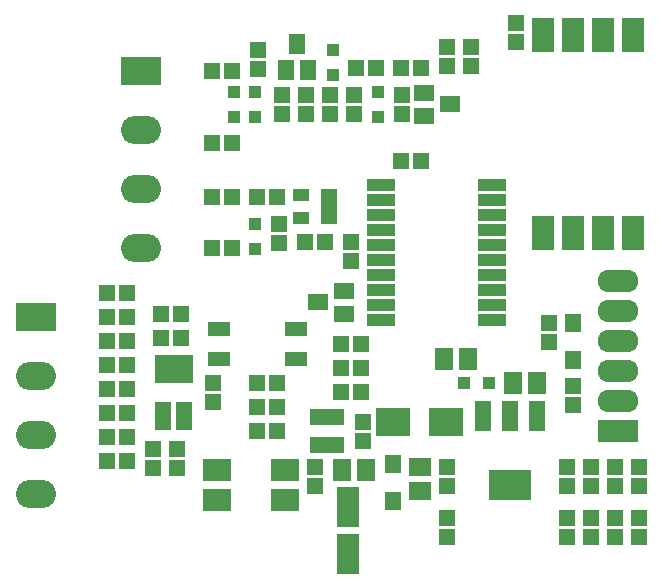
<source format=gts>
G04 #@! TF.GenerationSoftware,KiCad,Pcbnew,5.0.0-fee4fd1~66~ubuntu18.04.1*
G04 #@! TF.CreationDate,2019-04-10T22:53:07-06:00*
G04 #@! TF.ProjectId,sprinkler_nodes,737072696E6B6C65725F6E6F6465732E,rev?*
G04 #@! TF.SameCoordinates,Original*
G04 #@! TF.FileFunction,Soldermask,Top*
G04 #@! TF.FilePolarity,Negative*
%FSLAX46Y46*%
G04 Gerber Fmt 4.6, Leading zero omitted, Abs format (unit mm)*
G04 Created by KiCad (PCBNEW 5.0.0-fee4fd1~66~ubuntu18.04.1) date Wed Apr 10 22:53:07 2019*
%MOMM*%
%LPD*%
G01*
G04 APERTURE LIST*
%ADD10R,1.900000X1.200000*%
%ADD11R,1.400000X1.500000*%
%ADD12R,2.900000X2.400000*%
%ADD13R,2.432000X1.924000*%
%ADD14R,1.400000X1.350000*%
%ADD15R,1.350000X1.400000*%
%ADD16R,1.550000X1.850000*%
%ADD17R,1.850000X1.550000*%
%ADD18R,1.100000X1.000000*%
%ADD19R,1.000000X1.100000*%
%ADD20O,3.400000X2.400000*%
%ADD21R,3.400000X2.400000*%
%ADD22R,3.448000X1.924000*%
%ADD23O,3.448000X1.924000*%
%ADD24R,1.400000X1.800000*%
%ADD25R,1.800000X1.400000*%
%ADD26R,2.350000X1.000000*%
%ADD27R,1.100000X1.400000*%
%ADD28R,1.350000X2.550000*%
%ADD29R,3.650000X2.550000*%
%ADD30R,1.400000X1.100000*%
%ADD31R,1.900000X3.400000*%
%ADD32R,1.920000X2.940000*%
%ADD33R,1.400000X2.400000*%
%ADD34R,3.200000X2.400000*%
G04 APERTURE END LIST*
D10*
G04 #@! TO.C,OT1*
X74474000Y-59436000D03*
X74474000Y-56896000D03*
X80974000Y-56896000D03*
X80974000Y-59436000D03*
G04 #@! TD*
D11*
G04 #@! TO.C,D3*
X89154000Y-71425000D03*
X89154000Y-68275000D03*
G04 #@! TD*
G04 #@! TO.C,D2*
X104394000Y-59487000D03*
X104394000Y-56337000D03*
G04 #@! TD*
D12*
G04 #@! TO.C,L1*
X89190000Y-64770000D03*
X93690000Y-64770000D03*
G04 #@! TD*
D13*
G04 #@! TO.C,BR1*
X74295000Y-68834000D03*
X74295000Y-71374000D03*
X80010000Y-68834000D03*
X80010000Y-71374000D03*
G04 #@! TD*
D14*
G04 #@! TO.C,C1*
X91503000Y-42672000D03*
X89853000Y-42672000D03*
G04 #@! TD*
G04 #@! TO.C,C2*
X84773000Y-58166000D03*
X86423000Y-58166000D03*
G04 #@! TD*
D15*
G04 #@! TO.C,C6*
X86614000Y-66357000D03*
X86614000Y-64707000D03*
G04 #@! TD*
D16*
G04 #@! TO.C,C7*
X86877000Y-68834000D03*
X84827000Y-68834000D03*
G04 #@! TD*
D17*
G04 #@! TO.C,C8*
X91440000Y-68571000D03*
X91440000Y-70621000D03*
G04 #@! TD*
D16*
G04 #@! TO.C,C9*
X93463000Y-59436000D03*
X95513000Y-59436000D03*
G04 #@! TD*
G04 #@! TO.C,C10*
X99305000Y-61468000D03*
X101355000Y-61468000D03*
G04 #@! TD*
D14*
G04 #@! TO.C,C11*
X75501000Y-35052000D03*
X73851000Y-35052000D03*
G04 #@! TD*
G04 #@! TO.C,C12*
X73851000Y-41148000D03*
X75501000Y-41148000D03*
G04 #@! TD*
G04 #@! TO.C,C13*
X73851000Y-45720000D03*
X75501000Y-45720000D03*
G04 #@! TD*
G04 #@! TO.C,C14*
X73851000Y-50038000D03*
X75501000Y-50038000D03*
G04 #@! TD*
D15*
G04 #@! TO.C,C15*
X79502000Y-47943000D03*
X79502000Y-49593000D03*
G04 #@! TD*
G04 #@! TO.C,C16*
X83820000Y-38671000D03*
X83820000Y-37021000D03*
G04 #@! TD*
D14*
G04 #@! TO.C,C17*
X87693000Y-34798000D03*
X86043000Y-34798000D03*
G04 #@! TD*
D15*
G04 #@! TO.C,C18*
X89916000Y-37021000D03*
X89916000Y-38671000D03*
G04 #@! TD*
D14*
G04 #@! TO.C,D1*
X77661000Y-65532000D03*
X79311000Y-65532000D03*
G04 #@! TD*
D15*
G04 #@! TO.C,D4*
X93726000Y-70167000D03*
X93726000Y-68517000D03*
G04 #@! TD*
D18*
G04 #@! TO.C,D5*
X95211000Y-61468000D03*
X97321000Y-61468000D03*
G04 #@! TD*
D15*
G04 #@! TO.C,D6*
X103886000Y-70167000D03*
X103886000Y-68517000D03*
G04 #@! TD*
D19*
G04 #@! TO.C,D7*
X75692000Y-38901000D03*
X75692000Y-36791000D03*
G04 #@! TD*
G04 #@! TO.C,D8*
X77470000Y-38901000D03*
X77470000Y-36791000D03*
G04 #@! TD*
G04 #@! TO.C,D9*
X77470000Y-47967000D03*
X77470000Y-50077000D03*
G04 #@! TD*
G04 #@! TO.C,D10*
X84074000Y-35345000D03*
X84074000Y-33235000D03*
G04 #@! TD*
G04 #@! TO.C,D11*
X87884000Y-38901000D03*
X87884000Y-36791000D03*
G04 #@! TD*
D20*
G04 #@! TO.C,J1*
X58928000Y-70880000D03*
X58928000Y-65880000D03*
X58928000Y-60880000D03*
D21*
X58928000Y-55880000D03*
G04 #@! TD*
G04 #@! TO.C,J2*
X67818000Y-35052000D03*
D20*
X67818000Y-40052000D03*
X67818000Y-45052000D03*
X67818000Y-50052000D03*
G04 #@! TD*
D22*
G04 #@! TO.C,J3*
X108204000Y-65532000D03*
D23*
X108204000Y-62992000D03*
X108204000Y-60452000D03*
X108204000Y-57912000D03*
X108204000Y-55372000D03*
X108204000Y-52832000D03*
G04 #@! TD*
D24*
G04 #@! TO.C,Q1*
X81026000Y-32766000D03*
X81976000Y-34966000D03*
X80076000Y-34966000D03*
G04 #@! TD*
D25*
G04 #@! TO.C,Q2*
X91780000Y-36896000D03*
X91780000Y-38796000D03*
X93980000Y-37846000D03*
G04 #@! TD*
D14*
G04 #@! TO.C,R1*
X77661000Y-61468000D03*
X79311000Y-61468000D03*
G04 #@! TD*
G04 #@! TO.C,R2*
X79311000Y-63500000D03*
X77661000Y-63500000D03*
G04 #@! TD*
D15*
G04 #@! TO.C,R5*
X104394000Y-61659000D03*
X104394000Y-63309000D03*
G04 #@! TD*
D14*
G04 #@! TO.C,R9*
X84773000Y-60198000D03*
X86423000Y-60198000D03*
G04 #@! TD*
G04 #@! TO.C,R10*
X84773000Y-62230000D03*
X86423000Y-62230000D03*
G04 #@! TD*
D15*
G04 #@! TO.C,R11*
X93726000Y-74485000D03*
X93726000Y-72835000D03*
G04 #@! TD*
G04 #@! TO.C,R12*
X103886000Y-72835000D03*
X103886000Y-74485000D03*
G04 #@! TD*
G04 #@! TO.C,R13*
X79756000Y-38671000D03*
X79756000Y-37021000D03*
G04 #@! TD*
G04 #@! TO.C,R14*
X77724000Y-33211000D03*
X77724000Y-34861000D03*
G04 #@! TD*
D14*
G04 #@! TO.C,R15*
X77661000Y-45720000D03*
X79311000Y-45720000D03*
G04 #@! TD*
D15*
G04 #@! TO.C,R16*
X81788000Y-37021000D03*
X81788000Y-38671000D03*
G04 #@! TD*
G04 #@! TO.C,R17*
X85852000Y-38671000D03*
X85852000Y-37021000D03*
G04 #@! TD*
D14*
G04 #@! TO.C,R18*
X81725000Y-49530000D03*
X83375000Y-49530000D03*
G04 #@! TD*
D15*
G04 #@! TO.C,R19*
X85598000Y-51117000D03*
X85598000Y-49467000D03*
G04 #@! TD*
D14*
G04 #@! TO.C,R20*
X91503000Y-34798000D03*
X89853000Y-34798000D03*
G04 #@! TD*
D15*
G04 #@! TO.C,R21*
X93726000Y-34607000D03*
X93726000Y-32957000D03*
G04 #@! TD*
G04 #@! TO.C,R22*
X95758000Y-32957000D03*
X95758000Y-34607000D03*
G04 #@! TD*
D26*
G04 #@! TO.C,U1*
X97538000Y-44704000D03*
X97538000Y-47244000D03*
X97538000Y-48514000D03*
X97538000Y-45974000D03*
X97538000Y-49784000D03*
X97538000Y-56134000D03*
X97538000Y-52324000D03*
X97538000Y-54864000D03*
X97538000Y-53594000D03*
X97538000Y-51054000D03*
X88138000Y-51054000D03*
X88138000Y-53594000D03*
X88138000Y-54864000D03*
X88138000Y-52324000D03*
X88138000Y-56134000D03*
X88138000Y-49784000D03*
X88138000Y-45974000D03*
X88138000Y-48514000D03*
X88138000Y-47244000D03*
X88138000Y-44704000D03*
G04 #@! TD*
D25*
G04 #@! TO.C,U2*
X85004000Y-55560000D03*
X85004000Y-53660000D03*
X82804000Y-54610000D03*
G04 #@! TD*
D27*
G04 #@! TO.C,U3*
X84516000Y-64332000D03*
X83566000Y-64332000D03*
X82616000Y-64332000D03*
X82616000Y-66732000D03*
X83566000Y-66732000D03*
X84516000Y-66732000D03*
G04 #@! TD*
D28*
G04 #@! TO.C,U4*
X101360000Y-64262000D03*
X99060000Y-64262000D03*
X96760000Y-64262000D03*
D29*
X99060000Y-70062000D03*
G04 #@! TD*
D30*
G04 #@! TO.C,U5*
X83750000Y-47432000D03*
X83750000Y-46482000D03*
X83750000Y-45532000D03*
X81350000Y-45532000D03*
X81350000Y-47432000D03*
G04 #@! TD*
D15*
G04 #@! TO.C,R23*
X82550000Y-68517000D03*
X82550000Y-70167000D03*
G04 #@! TD*
G04 #@! TO.C,D12*
X109982000Y-70167000D03*
X109982000Y-68517000D03*
G04 #@! TD*
G04 #@! TO.C,D13*
X107950000Y-68517000D03*
X107950000Y-70167000D03*
G04 #@! TD*
G04 #@! TO.C,D14*
X105918000Y-70167000D03*
X105918000Y-68517000D03*
G04 #@! TD*
G04 #@! TO.C,R6*
X109982000Y-74485000D03*
X109982000Y-72835000D03*
G04 #@! TD*
G04 #@! TO.C,R7*
X107950000Y-72835000D03*
X107950000Y-74485000D03*
G04 #@! TD*
G04 #@! TO.C,R8*
X105918000Y-74485000D03*
X105918000Y-72835000D03*
G04 #@! TD*
G04 #@! TO.C,C4*
X102362000Y-57975000D03*
X102362000Y-56325000D03*
G04 #@! TD*
D31*
G04 #@! TO.C,C5*
X85344000Y-71914000D03*
X85344000Y-75914000D03*
G04 #@! TD*
D15*
G04 #@! TO.C,C3*
X99568000Y-32575000D03*
X99568000Y-30925000D03*
G04 #@! TD*
D32*
G04 #@! TO.C,U6*
X109474000Y-32004000D03*
X106934000Y-32004000D03*
X104394000Y-32004000D03*
X101854000Y-32004000D03*
X109474000Y-48764000D03*
X106934000Y-48764000D03*
X104394000Y-48764000D03*
X101854000Y-48764000D03*
G04 #@! TD*
D14*
G04 #@! TO.C,C19*
X66611000Y-61976000D03*
X64961000Y-61976000D03*
G04 #@! TD*
G04 #@! TO.C,C20*
X64961000Y-64008000D03*
X66611000Y-64008000D03*
G04 #@! TD*
G04 #@! TO.C,R3*
X64961000Y-55880000D03*
X66611000Y-55880000D03*
G04 #@! TD*
G04 #@! TO.C,R4*
X66611000Y-53848000D03*
X64961000Y-53848000D03*
G04 #@! TD*
G04 #@! TO.C,R24*
X64961000Y-66040000D03*
X66611000Y-66040000D03*
G04 #@! TD*
G04 #@! TO.C,R25*
X64961000Y-68072000D03*
X66611000Y-68072000D03*
G04 #@! TD*
G04 #@! TO.C,R26*
X64961000Y-57912000D03*
X66611000Y-57912000D03*
G04 #@! TD*
D15*
G04 #@! TO.C,R27*
X68834000Y-66993000D03*
X68834000Y-68643000D03*
G04 #@! TD*
D14*
G04 #@! TO.C,R28*
X64961000Y-59944000D03*
X66611000Y-59944000D03*
G04 #@! TD*
D15*
G04 #@! TO.C,R29*
X70866000Y-66993000D03*
X70866000Y-68643000D03*
G04 #@! TD*
D14*
G04 #@! TO.C,R30*
X69533000Y-55626000D03*
X71183000Y-55626000D03*
G04 #@! TD*
G04 #@! TO.C,R31*
X69533000Y-57658000D03*
X71183000Y-57658000D03*
G04 #@! TD*
D15*
G04 #@! TO.C,R32*
X73914000Y-63055000D03*
X73914000Y-61405000D03*
G04 #@! TD*
D33*
G04 #@! TO.C,Q3*
X71512000Y-64230000D03*
X69712000Y-64230000D03*
D34*
X70612000Y-60230000D03*
G04 #@! TD*
M02*

</source>
